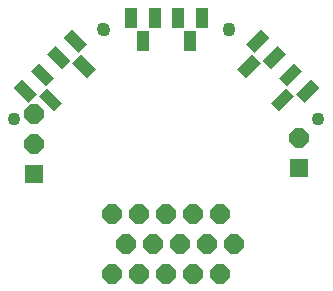
<source format=gbs>
G75*
%MOIN*%
%OFA0B0*%
%FSLAX24Y24*%
%IPPOS*%
%LPD*%
%AMOC8*
5,1,8,0,0,1.08239X$1,22.5*
%
%ADD10OC8,0.0634*%
%ADD11R,0.0640X0.0640*%
%ADD12OC8,0.0640*%
%ADD13R,0.0394X0.0709*%
%ADD14C,0.0434*%
D10*
X004834Y006096D03*
X005736Y006096D03*
X006185Y007096D03*
X007086Y007096D03*
X006638Y008096D03*
X007539Y008096D03*
X007988Y007096D03*
X007539Y006096D03*
X006638Y006096D03*
X005283Y007096D03*
X004834Y008096D03*
X005736Y008096D03*
X008441Y008096D03*
X008890Y007096D03*
X008441Y006096D03*
D11*
X011074Y009633D03*
X002229Y009431D03*
D12*
X002229Y010431D03*
X002229Y011431D03*
X011074Y010633D03*
D13*
G36*
X010390Y011522D02*
X010112Y011800D01*
X010612Y012300D01*
X010890Y012022D01*
X010390Y011522D01*
G37*
G36*
X011226Y011800D02*
X010948Y012078D01*
X011448Y012578D01*
X011726Y012300D01*
X011226Y011800D01*
G37*
G36*
X010669Y012357D02*
X010391Y012635D01*
X010891Y013135D01*
X011169Y012857D01*
X010669Y012357D01*
G37*
G36*
X010112Y012914D02*
X009834Y013192D01*
X010334Y013692D01*
X010612Y013414D01*
X010112Y012914D01*
G37*
G36*
X009277Y012635D02*
X008999Y012913D01*
X009499Y013413D01*
X009777Y013135D01*
X009277Y012635D01*
G37*
G36*
X009555Y013470D02*
X009277Y013748D01*
X009777Y014248D01*
X010055Y013970D01*
X009555Y013470D01*
G37*
X007821Y014636D03*
X007428Y013848D03*
X007034Y014636D03*
X006247Y014636D03*
X005853Y013848D03*
X005459Y014636D03*
G36*
X004282Y012913D02*
X004004Y012635D01*
X003504Y013135D01*
X003782Y013413D01*
X004282Y012913D01*
G37*
G36*
X004003Y013748D02*
X003725Y013470D01*
X003225Y013970D01*
X003503Y014248D01*
X004003Y013748D01*
G37*
G36*
X003447Y013192D02*
X003169Y012914D01*
X002669Y013414D01*
X002947Y013692D01*
X003447Y013192D01*
G37*
G36*
X002890Y012635D02*
X002612Y012357D01*
X002112Y012857D01*
X002390Y013135D01*
X002890Y012635D01*
G37*
G36*
X003168Y011800D02*
X002890Y011522D01*
X002390Y012022D01*
X002668Y012300D01*
X003168Y011800D01*
G37*
G36*
X002333Y012078D02*
X002055Y011800D01*
X001555Y012300D01*
X001833Y012578D01*
X002333Y012078D01*
G37*
D14*
X001573Y011261D03*
X004543Y014231D03*
X004540Y014242D03*
X008738Y014231D03*
X008740Y014242D03*
X011708Y011261D03*
M02*

</source>
